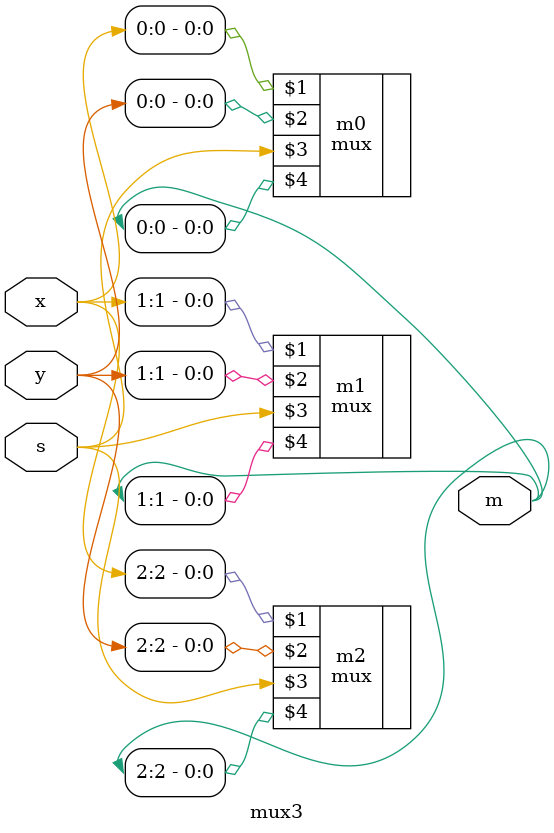
<source format=v>
module mux3 (x, y, s, m);
	input [6:0] x, y;
	input s;
	output [2:0] m;
	mux m0 (x[0], y[0], s, m[0]);
	mux m1 (x[1], y[1], s, m[1]);
	mux m2 (x[2], y[2], s, m[2]);
endmodule
</source>
